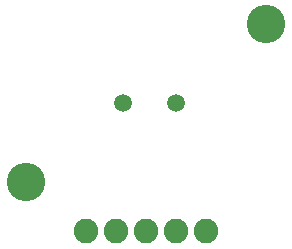
<source format=gbr>
G04 EAGLE Gerber RS-274X export*
G75*
%MOMM*%
%FSLAX34Y34*%
%LPD*%
%INSoldermask Bottom*%
%IPPOS*%
%AMOC8*
5,1,8,0,0,1.08239X$1,22.5*%
G01*
%ADD10C,3.251200*%
%ADD11C,2.082800*%
%ADD12C,1.503200*%


D10*
X177800Y149225D03*
X381000Y282575D03*
D11*
X228600Y107950D03*
X254000Y107950D03*
X279400Y107950D03*
X304800Y107950D03*
X330200Y107950D03*
D12*
X304400Y215900D03*
X259400Y215900D03*
M02*

</source>
